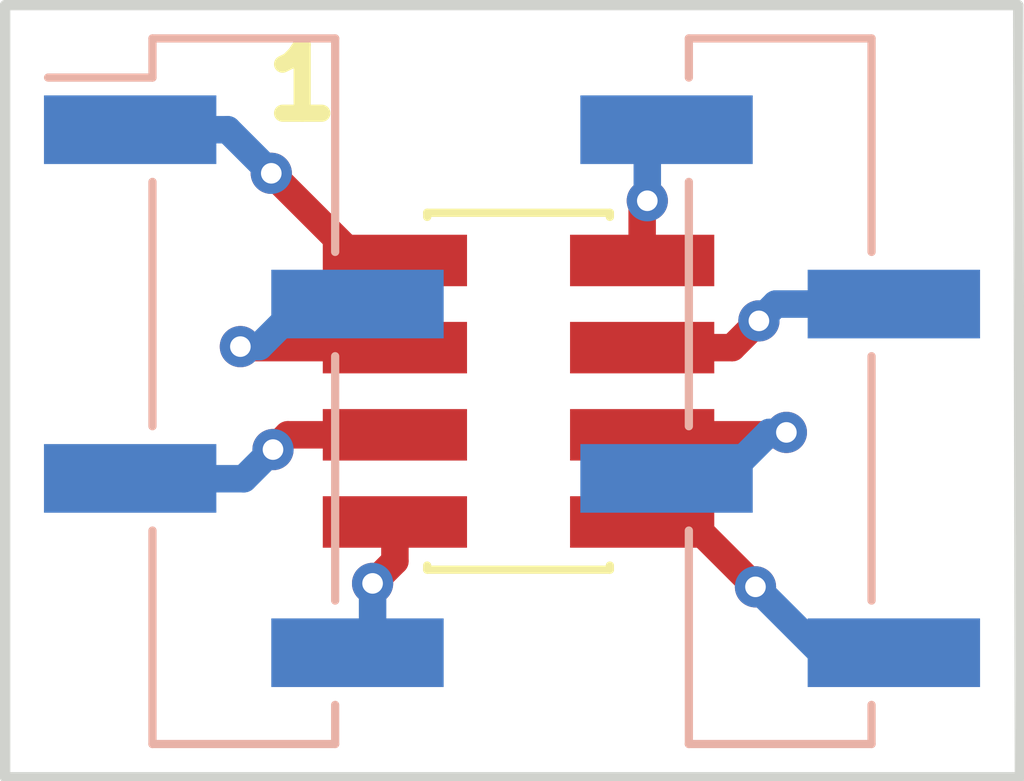
<source format=kicad_pcb>
(kicad_pcb (version 20171130) (host pcbnew "(5.0.0-rc3-dev-2-g101b68b)")

  (general
    (thickness 1.6)
    (drawings 5)
    (tracks 43)
    (zones 0)
    (modules 3)
    (nets 9)
  )

  (page A4)
  (layers
    (0 F.Cu signal)
    (31 B.Cu signal)
    (32 B.Adhes user)
    (33 F.Adhes user)
    (34 B.Paste user)
    (35 F.Paste user)
    (36 B.SilkS user)
    (37 F.SilkS user)
    (38 B.Mask user)
    (39 F.Mask user)
    (40 Dwgs.User user)
    (41 Cmts.User user)
    (42 Eco1.User user)
    (43 Eco2.User user)
    (44 Edge.Cuts user)
    (45 Margin user)
    (46 B.CrtYd user)
    (47 F.CrtYd user)
    (48 B.Fab user hide)
    (49 F.Fab user hide)
  )

  (setup
    (last_trace_width 0.4)
    (trace_clearance 0.2)
    (zone_clearance 0.508)
    (zone_45_only no)
    (trace_min 0.2)
    (segment_width 0.2)
    (edge_width 0.15)
    (via_size 0.6)
    (via_drill 0.3)
    (via_min_size 0.4)
    (via_min_drill 0.3)
    (uvia_size 0.3)
    (uvia_drill 0.1)
    (uvias_allowed no)
    (uvia_min_size 0.2)
    (uvia_min_drill 0.1)
    (pcb_text_width 0.3)
    (pcb_text_size 1.5 1.5)
    (mod_edge_width 0.15)
    (mod_text_size 1 1)
    (mod_text_width 0.15)
    (pad_size 1.524 1.524)
    (pad_drill 0.762)
    (pad_to_mask_clearance 0.2)
    (aux_axis_origin 0 0)
    (visible_elements FFFFFF7F)
    (pcbplotparams
      (layerselection 0x010fc_ffffffff)
      (usegerberextensions false)
      (usegerberattributes false)
      (usegerberadvancedattributes false)
      (creategerberjobfile false)
      (excludeedgelayer true)
      (linewidth 0.100000)
      (plotframeref false)
      (viasonmask false)
      (mode 1)
      (useauxorigin false)
      (hpglpennumber 1)
      (hpglpenspeed 20)
      (hpglpendiameter 15.000000)
      (psnegative false)
      (psa4output false)
      (plotreference true)
      (plotvalue true)
      (plotinvisibletext false)
      (padsonsilk false)
      (subtractmaskfromsilk false)
      (outputformat 1)
      (mirror false)
      (drillshape 1)
      (scaleselection 1)
      (outputdirectory ""))
  )

  (net 0 "")
  (net 1 /IO1_DO)
  (net 2 GND)
  (net 3 /~CS)
  (net 4 /IO2_~WP)
  (net 5 /VCC)
  (net 6 /IO3_~HOLD)
  (net 7 /CLK)
  (net 8 /IO0_DI)

  (net_class Default "This is the default net class."
    (clearance 0.2)
    (trace_width 0.4)
    (via_dia 0.6)
    (via_drill 0.3)
    (uvia_dia 0.3)
    (uvia_drill 0.1)
    (add_net /CLK)
    (add_net /IO0_DI)
    (add_net /IO1_DO)
    (add_net /IO2_~WP)
    (add_net /IO3_~HOLD)
    (add_net /VCC)
    (add_net /~CS)
    (add_net GND)
  )

  (module Connector_PinHeader_2.54mm:PinHeader_1x04_P2.54mm_Vertical_SMD_Pin1Right (layer B.Cu) (tedit 5B7CA7B7) (tstamp 5B75C373)
    (at 103.81 100)
    (descr "surface-mounted straight pin header, 1x04, 2.54mm pitch, single row, style 2 (pin 1 right)")
    (tags "Surface mounted pin header SMD 1x04 2.54mm single row style2 pin1 right")
    (path /5B74EF82)
    (attr smd)
    (fp_text reference J103 (at 0 6.14) (layer B.Fab)
      (effects (font (size 1 1) (thickness 0.15)) (justify mirror))
    )
    (fp_text value Conn_01x04 (at 0 -6.14) (layer B.Fab)
      (effects (font (size 1 1) (thickness 0.15)) (justify mirror))
    )
    (fp_text user %R (at 0 0 -90) (layer B.Fab)
      (effects (font (size 1 1) (thickness 0.15)) (justify mirror))
    )
    (fp_line (start 3.45 5.6) (end -3.45 5.6) (layer B.CrtYd) (width 0.05))
    (fp_line (start 3.45 -5.6) (end 3.45 5.6) (layer B.CrtYd) (width 0.05))
    (fp_line (start -3.45 -5.6) (end 3.45 -5.6) (layer B.CrtYd) (width 0.05))
    (fp_line (start -3.45 5.6) (end -3.45 -5.6) (layer B.CrtYd) (width 0.05))
    (fp_line (start -1.33 0.51) (end -1.33 -3.05) (layer B.SilkS) (width 0.12))
    (fp_line (start -1.33 -4.57) (end -1.33 -5.14) (layer B.SilkS) (width 0.12))
    (fp_line (start 1.33 5.14) (end 1.33 4.57) (layer B.SilkS) (width 0.12))
    (fp_line (start -1.33 5.14) (end -1.33 2.03) (layer B.SilkS) (width 0.12))
    (fp_line (start 1.33 -2.03) (end 1.33 -5.14) (layer B.SilkS) (width 0.12))
    (fp_line (start 1.33 3.05) (end 1.33 -0.51) (layer B.SilkS) (width 0.12))
    (fp_line (start -1.33 -5.14) (end 1.33 -5.14) (layer B.SilkS) (width 0.12))
    (fp_line (start -1.33 5.14) (end 1.33 5.14) (layer B.SilkS) (width 0.12))
    (fp_line (start 2.54 -1.59) (end 1.27 -1.59) (layer B.Fab) (width 0.1))
    (fp_line (start 2.54 -0.95) (end 2.54 -1.59) (layer B.Fab) (width 0.1))
    (fp_line (start 1.27 -0.95) (end 2.54 -0.95) (layer B.Fab) (width 0.1))
    (fp_line (start 2.54 3.49) (end 1.27 3.49) (layer B.Fab) (width 0.1))
    (fp_line (start 2.54 4.13) (end 2.54 3.49) (layer B.Fab) (width 0.1))
    (fp_line (start 1.27 4.13) (end 2.54 4.13) (layer B.Fab) (width 0.1))
    (fp_line (start -2.54 -4.13) (end -1.27 -4.13) (layer B.Fab) (width 0.1))
    (fp_line (start -2.54 -3.49) (end -2.54 -4.13) (layer B.Fab) (width 0.1))
    (fp_line (start -1.27 -3.49) (end -2.54 -3.49) (layer B.Fab) (width 0.1))
    (fp_line (start -2.54 0.95) (end -1.27 0.95) (layer B.Fab) (width 0.1))
    (fp_line (start -2.54 1.59) (end -2.54 0.95) (layer B.Fab) (width 0.1))
    (fp_line (start -1.27 1.59) (end -2.54 1.59) (layer B.Fab) (width 0.1))
    (fp_line (start -1.27 5.08) (end -1.27 -5.08) (layer B.Fab) (width 0.1))
    (fp_line (start 1.27 4.13) (end 0.32 5.08) (layer B.Fab) (width 0.1))
    (fp_line (start 1.27 -5.08) (end 1.27 4.13) (layer B.Fab) (width 0.1))
    (fp_line (start -1.27 5.08) (end 0.32 5.08) (layer B.Fab) (width 0.1))
    (fp_line (start 1.27 -5.08) (end -1.27 -5.08) (layer B.Fab) (width 0.1))
    (pad 3 smd rect (at 1.655 -1.27) (size 2.51 1) (layers B.Cu B.Paste B.Mask)
      (net 6 /IO3_~HOLD))
    (pad 1 smd rect (at 1.655 3.81) (size 2.51 1) (layers B.Cu B.Paste B.Mask)
      (net 8 /IO0_DI))
    (pad 4 smd rect (at -1.655 -3.81) (size 2.51 1) (layers B.Cu B.Paste B.Mask)
      (net 5 /VCC))
    (pad 2 smd rect (at -1.655 1.27) (size 2.51 1) (layers B.Cu B.Paste B.Mask)
      (net 7 /CLK))
    (model ${KISYS3DMOD}/Connector_PinHeader_2.54mm.3dshapes/PinHeader_1x04_P2.54mm_Vertical_SMD_Pin1Right.wrl
      (at (xyz 0 0 0))
      (scale (xyz 1 1 1))
      (rotate (xyz 0 0 0))
    )
  )

  (module Connector_PinSocket_1.27mm:PinSocket_2x04_P1.27mm_Vertical_SMD (layer F.Cu) (tedit 5B7CA7A6) (tstamp 5B75C34C)
    (at 100 100)
    (descr "surface-mounted straight socket strip, 2x04, 1.27mm pitch, double cols (from Kicad 4.0.7!), script generated")
    (tags "Surface mounted socket strip SMD 2x04 1.27mm double row")
    (path /5B74EBB1)
    (attr smd)
    (fp_text reference J102 (at 0 -4.04) (layer F.Fab)
      (effects (font (size 1 1) (thickness 0.15)))
    )
    (fp_text value Conn_02x04_Odd_Even (at 0 4.04) (layer F.Fab)
      (effects (font (size 1 1) (thickness 0.15)))
    )
    (fp_line (start -1.33 -2.6) (end 1.33 -2.6) (layer F.SilkS) (width 0.12))
    (fp_line (start 1.33 -2.6) (end 1.33 -2.54) (layer F.SilkS) (width 0.12))
    (fp_line (start 1.33 2.54) (end 1.33 2.6) (layer F.SilkS) (width 0.12))
    (fp_line (start -1.33 2.6) (end 1.33 2.6) (layer F.SilkS) (width 0.12))
    (fp_line (start -1.33 -2.6) (end -1.33 -2.54) (layer F.SilkS) (width 0.12))
    (fp_line (start -1.33 2.54) (end -1.33 2.6) (layer F.SilkS) (width 0.12))
    (fp_line (start -1.27 -2.54) (end 0.635 -2.54) (layer F.Fab) (width 0.1))
    (fp_line (start 0.635 -2.54) (end 1.27 -1.905) (layer F.Fab) (width 0.1))
    (fp_line (start 1.27 -1.905) (end 1.27 2.54) (layer F.Fab) (width 0.1))
    (fp_line (start 1.27 2.54) (end -1.27 2.54) (layer F.Fab) (width 0.1))
    (fp_line (start -1.27 2.54) (end -1.27 -2.54) (layer F.Fab) (width 0.1))
    (fp_line (start -2.555 -2.105) (end -1.27 -2.105) (layer F.Fab) (width 0.1))
    (fp_line (start -1.27 -1.705) (end -2.555 -1.705) (layer F.Fab) (width 0.1))
    (fp_line (start -2.555 -1.705) (end -2.555 -2.105) (layer F.Fab) (width 0.1))
    (fp_line (start 1.27 -2.105) (end 2.555 -2.105) (layer F.Fab) (width 0.1))
    (fp_line (start 2.555 -2.105) (end 2.555 -1.705) (layer F.Fab) (width 0.1))
    (fp_line (start 2.555 -1.705) (end 1.27 -1.705) (layer F.Fab) (width 0.1))
    (fp_line (start -2.555 -0.835) (end -1.27 -0.835) (layer F.Fab) (width 0.1))
    (fp_line (start -1.27 -0.435) (end -2.555 -0.435) (layer F.Fab) (width 0.1))
    (fp_line (start -2.555 -0.435) (end -2.555 -0.835) (layer F.Fab) (width 0.1))
    (fp_line (start 1.27 -0.835) (end 2.555 -0.835) (layer F.Fab) (width 0.1))
    (fp_line (start 2.555 -0.835) (end 2.555 -0.435) (layer F.Fab) (width 0.1))
    (fp_line (start 2.555 -0.435) (end 1.27 -0.435) (layer F.Fab) (width 0.1))
    (fp_line (start -2.555 0.435) (end -1.27 0.435) (layer F.Fab) (width 0.1))
    (fp_line (start -1.27 0.835) (end -2.555 0.835) (layer F.Fab) (width 0.1))
    (fp_line (start -2.555 0.835) (end -2.555 0.435) (layer F.Fab) (width 0.1))
    (fp_line (start 1.27 0.435) (end 2.555 0.435) (layer F.Fab) (width 0.1))
    (fp_line (start 2.555 0.435) (end 2.555 0.835) (layer F.Fab) (width 0.1))
    (fp_line (start 2.555 0.835) (end 1.27 0.835) (layer F.Fab) (width 0.1))
    (fp_line (start -2.555 1.705) (end -1.27 1.705) (layer F.Fab) (width 0.1))
    (fp_line (start -1.27 2.105) (end -2.555 2.105) (layer F.Fab) (width 0.1))
    (fp_line (start -2.555 2.105) (end -2.555 1.705) (layer F.Fab) (width 0.1))
    (fp_line (start 1.27 1.705) (end 2.555 1.705) (layer F.Fab) (width 0.1))
    (fp_line (start 2.555 1.705) (end 2.555 2.105) (layer F.Fab) (width 0.1))
    (fp_line (start 2.555 2.105) (end 1.27 2.105) (layer F.Fab) (width 0.1))
    (fp_line (start -3.35 -3.05) (end 3.35 -3.05) (layer F.CrtYd) (width 0.05))
    (fp_line (start 3.35 -3.05) (end 3.35 3.05) (layer F.CrtYd) (width 0.05))
    (fp_line (start 3.35 3.05) (end -3.35 3.05) (layer F.CrtYd) (width 0.05))
    (fp_line (start -3.35 3.05) (end -3.35 -3.05) (layer F.CrtYd) (width 0.05))
    (fp_text user %R (at 0 0 90) (layer F.Fab)
      (effects (font (size 1 1) (thickness 0.15)))
    )
    (pad 1 smd rect (at 1.8 -1.905) (size 2.1 0.75) (layers F.Cu F.Paste F.Mask)
      (net 5 /VCC))
    (pad 2 smd rect (at -1.8 -1.905) (size 2.1 0.75) (layers F.Cu F.Paste F.Mask)
      (net 3 /~CS))
    (pad 3 smd rect (at 1.8 -0.635) (size 2.1 0.75) (layers F.Cu F.Paste F.Mask)
      (net 6 /IO3_~HOLD))
    (pad 4 smd rect (at -1.8 -0.635) (size 2.1 0.75) (layers F.Cu F.Paste F.Mask)
      (net 1 /IO1_DO))
    (pad 5 smd rect (at 1.8 0.635) (size 2.1 0.75) (layers F.Cu F.Paste F.Mask)
      (net 7 /CLK))
    (pad 6 smd rect (at -1.8 0.635) (size 2.1 0.75) (layers F.Cu F.Paste F.Mask)
      (net 4 /IO2_~WP))
    (pad 7 smd rect (at 1.8 1.905) (size 2.1 0.75) (layers F.Cu F.Paste F.Mask)
      (net 8 /IO0_DI))
    (pad 8 smd rect (at -1.8 1.905) (size 2.1 0.75) (layers F.Cu F.Paste F.Mask)
      (net 2 GND))
    (model ${KISYS3DMOD}/Connector_PinSocket_1.27mm.3dshapes/PinSocket_2x04_P1.27mm_Vertical_SMD.wrl
      (at (xyz 0 0 0))
      (scale (xyz 1 1 1))
      (rotate (xyz 0 0 0))
    )
  )

  (module Connector_PinHeader_2.54mm:PinHeader_1x04_P2.54mm_Vertical_SMD_Pin1Right (layer B.Cu) (tedit 5B74FC63) (tstamp 5B75C317)
    (at 96 100 180)
    (descr "surface-mounted straight pin header, 1x04, 2.54mm pitch, single row, style 2 (pin 1 right)")
    (tags "Surface mounted pin header SMD 1x04 2.54mm single row style2 pin1 right")
    (path /5B74EF5C)
    (attr smd)
    (fp_text reference J101 (at 0 6.14 180) (layer B.Fab)
      (effects (font (size 1 1) (thickness 0.15)) (justify mirror))
    )
    (fp_text value Conn_01x04 (at 0 -6.14 180) (layer B.Fab)
      (effects (font (size 1 1) (thickness 0.15)) (justify mirror))
    )
    (fp_line (start 1.27 -5.08) (end -1.27 -5.08) (layer B.Fab) (width 0.1))
    (fp_line (start -1.27 5.08) (end 0.32 5.08) (layer B.Fab) (width 0.1))
    (fp_line (start 1.27 -5.08) (end 1.27 4.13) (layer B.Fab) (width 0.1))
    (fp_line (start 1.27 4.13) (end 0.32 5.08) (layer B.Fab) (width 0.1))
    (fp_line (start -1.27 5.08) (end -1.27 -5.08) (layer B.Fab) (width 0.1))
    (fp_line (start -1.27 1.59) (end -2.54 1.59) (layer B.Fab) (width 0.1))
    (fp_line (start -2.54 1.59) (end -2.54 0.95) (layer B.Fab) (width 0.1))
    (fp_line (start -2.54 0.95) (end -1.27 0.95) (layer B.Fab) (width 0.1))
    (fp_line (start -1.27 -3.49) (end -2.54 -3.49) (layer B.Fab) (width 0.1))
    (fp_line (start -2.54 -3.49) (end -2.54 -4.13) (layer B.Fab) (width 0.1))
    (fp_line (start -2.54 -4.13) (end -1.27 -4.13) (layer B.Fab) (width 0.1))
    (fp_line (start 1.27 4.13) (end 2.54 4.13) (layer B.Fab) (width 0.1))
    (fp_line (start 2.54 4.13) (end 2.54 3.49) (layer B.Fab) (width 0.1))
    (fp_line (start 2.54 3.49) (end 1.27 3.49) (layer B.Fab) (width 0.1))
    (fp_line (start 1.27 -0.95) (end 2.54 -0.95) (layer B.Fab) (width 0.1))
    (fp_line (start 2.54 -0.95) (end 2.54 -1.59) (layer B.Fab) (width 0.1))
    (fp_line (start 2.54 -1.59) (end 1.27 -1.59) (layer B.Fab) (width 0.1))
    (fp_line (start -1.33 5.14) (end 1.33 5.14) (layer B.SilkS) (width 0.12))
    (fp_line (start -1.33 -5.14) (end 1.33 -5.14) (layer B.SilkS) (width 0.12))
    (fp_line (start 1.33 3.05) (end 1.33 -0.51) (layer B.SilkS) (width 0.12))
    (fp_line (start 1.33 -2.03) (end 1.33 -5.14) (layer B.SilkS) (width 0.12))
    (fp_line (start -1.33 5.14) (end -1.33 2.03) (layer B.SilkS) (width 0.12))
    (fp_line (start 1.33 4.57) (end 2.85 4.57) (layer B.SilkS) (width 0.12))
    (fp_line (start 1.33 5.14) (end 1.33 4.57) (layer B.SilkS) (width 0.12))
    (fp_line (start -1.33 -4.57) (end -1.33 -5.14) (layer B.SilkS) (width 0.12))
    (fp_line (start -1.33 0.51) (end -1.33 -3.05) (layer B.SilkS) (width 0.12))
    (fp_line (start -3.45 5.6) (end -3.45 -5.6) (layer B.CrtYd) (width 0.05))
    (fp_line (start -3.45 -5.6) (end 3.45 -5.6) (layer B.CrtYd) (width 0.05))
    (fp_line (start 3.45 -5.6) (end 3.45 5.6) (layer B.CrtYd) (width 0.05))
    (fp_line (start 3.45 5.6) (end -3.45 5.6) (layer B.CrtYd) (width 0.05))
    (fp_text user %R (at 0 0 90) (layer B.Fab)
      (effects (font (size 1 1) (thickness 0.15)) (justify mirror))
    )
    (pad 2 smd rect (at -1.655 1.27 180) (size 2.51 1) (layers B.Cu B.Paste B.Mask)
      (net 1 /IO1_DO))
    (pad 4 smd rect (at -1.655 -3.81 180) (size 2.51 1) (layers B.Cu B.Paste B.Mask)
      (net 2 GND))
    (pad 1 smd rect (at 1.655 3.81 180) (size 2.51 1) (layers B.Cu B.Paste B.Mask)
      (net 3 /~CS))
    (pad 3 smd rect (at 1.655 -1.27 180) (size 2.51 1) (layers B.Cu B.Paste B.Mask)
      (net 4 /IO2_~WP))
    (model ${KISYS3DMOD}/Connector_PinHeader_2.54mm.3dshapes/PinHeader_1x04_P2.54mm_Vertical_SMD_Pin1Right.wrl
      (at (xyz 0 0 0))
      (scale (xyz 1 1 1))
      (rotate (xyz 0 0 0))
    )
  )

  (gr_text 1 (at 96.85 95.5) (layer F.SilkS)
    (effects (font (size 1 1) (thickness 0.25)))
  )
  (gr_line (start 92.525 105.625) (end 92.525 94.375) (layer Edge.Cuts) (width 0.15))
  (gr_line (start 107.3 105.625) (end 92.525 105.625) (layer Edge.Cuts) (width 0.15))
  (gr_line (start 107.275 94.375) (end 107.3 105.625) (layer Edge.Cuts) (width 0.15))
  (gr_line (start 92.525 94.375) (end 107.275 94.375) (layer Edge.Cuts) (width 0.15))

  (via (at 95.95 99.35) (size 0.6) (drill 0.3) (layers F.Cu B.Cu) (net 1))
  (segment (start 95.965 99.365) (end 95.95 99.35) (width 0.4) (layer F.Cu) (net 1))
  (segment (start 98.2 99.365) (end 95.965 99.365) (width 0.4) (layer F.Cu) (net 1))
  (segment (start 96.225 99.35) (end 95.95 99.35) (width 0.4) (layer B.Cu) (net 1))
  (segment (start 96.845 98.73) (end 96.225 99.35) (width 0.4) (layer B.Cu) (net 1))
  (segment (start 97.655 98.73) (end 96.845 98.73) (width 0.4) (layer B.Cu) (net 1))
  (via (at 97.875 102.8) (size 0.6) (drill 0.3) (layers F.Cu B.Cu) (net 2))
  (segment (start 98.2 102.475) (end 97.875 102.8) (width 0.4) (layer F.Cu) (net 2))
  (segment (start 98.2 101.905) (end 98.2 102.475) (width 0.4) (layer F.Cu) (net 2))
  (segment (start 97.875 103.59) (end 97.655 103.81) (width 0.4) (layer B.Cu) (net 2))
  (segment (start 97.875 102.8) (end 97.875 103.59) (width 0.4) (layer B.Cu) (net 2))
  (segment (start 97.67 98.095) (end 96.4 96.825) (width 0.4) (layer F.Cu) (net 3))
  (via (at 96.4 96.825) (size 0.6) (drill 0.3) (layers F.Cu B.Cu) (net 3))
  (segment (start 98.2 98.095) (end 97.67 98.095) (width 0.4) (layer F.Cu) (net 3))
  (segment (start 95.765 96.19) (end 96.4 96.825) (width 0.4) (layer B.Cu) (net 3))
  (segment (start 94.345 96.19) (end 95.765 96.19) (width 0.4) (layer B.Cu) (net 3))
  (via (at 96.425 100.85) (size 0.6) (drill 0.3) (layers F.Cu B.Cu) (net 4))
  (segment (start 96.64 100.635) (end 96.425 100.85) (width 0.4) (layer F.Cu) (net 4))
  (segment (start 98.2 100.635) (end 96.64 100.635) (width 0.4) (layer F.Cu) (net 4))
  (segment (start 94.35 101.275) (end 94.345 101.27) (width 0.4) (layer B.Cu) (net 4))
  (segment (start 96 101.275) (end 94.35 101.275) (width 0.4) (layer B.Cu) (net 4))
  (segment (start 96.425 100.85) (end 96 101.275) (width 0.4) (layer B.Cu) (net 4))
  (via (at 101.875 97.225) (size 0.6) (drill 0.3) (layers F.Cu B.Cu) (net 5))
  (segment (start 101.8 97.3) (end 101.875 97.225) (width 0.4) (layer F.Cu) (net 5))
  (segment (start 101.8 98.095) (end 101.8 97.3) (width 0.4) (layer F.Cu) (net 5))
  (segment (start 101.875 96.47) (end 102.155 96.19) (width 0.4) (layer B.Cu) (net 5))
  (segment (start 101.875 97.225) (end 101.875 96.47) (width 0.4) (layer B.Cu) (net 5))
  (via (at 103.5 98.975) (size 0.6) (drill 0.3) (layers F.Cu B.Cu) (net 6))
  (segment (start 103.11 99.365) (end 103.5 98.975) (width 0.4) (layer F.Cu) (net 6))
  (segment (start 101.8 99.365) (end 103.11 99.365) (width 0.4) (layer F.Cu) (net 6))
  (segment (start 103.745 98.73) (end 103.5 98.975) (width 0.4) (layer B.Cu) (net 6))
  (segment (start 105.465 98.73) (end 103.745 98.73) (width 0.4) (layer B.Cu) (net 6))
  (segment (start 103.865 100.635) (end 103.9 100.6) (width 0.4) (layer F.Cu) (net 7))
  (segment (start 101.8 100.635) (end 103.865 100.635) (width 0.4) (layer F.Cu) (net 7))
  (via (at 103.9 100.6) (size 0.6) (drill 0.3) (layers F.Cu B.Cu) (net 7))
  (segment (start 103.65 100.6) (end 103.9 100.6) (width 0.4) (layer B.Cu) (net 7))
  (segment (start 102.98 101.27) (end 103.65 100.6) (width 0.4) (layer B.Cu) (net 7))
  (segment (start 102.155 101.27) (end 102.98 101.27) (width 0.4) (layer B.Cu) (net 7))
  (via (at 103.45 102.85) (size 0.6) (drill 0.3) (layers F.Cu B.Cu) (net 8))
  (segment (start 102.505 101.905) (end 103.45 102.85) (width 0.4) (layer F.Cu) (net 8))
  (segment (start 101.8 101.905) (end 102.505 101.905) (width 0.4) (layer F.Cu) (net 8))
  (segment (start 104.41 103.81) (end 103.45 102.85) (width 0.4) (layer B.Cu) (net 8))
  (segment (start 105.465 103.81) (end 104.41 103.81) (width 0.4) (layer B.Cu) (net 8))

)

</source>
